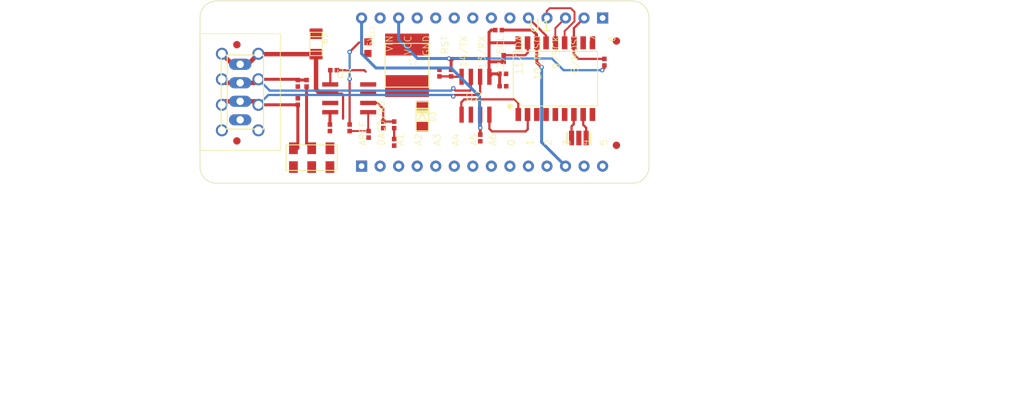
<source format=kicad_pcb>
(kicad_pcb (version 20240108) (generator "pcbnew") (generator_version "8.0")
  (layers (0 "F.Cu" signal) (31 "B.Cu" signal) (34 "B.Paste" user) (35 "F.Paste" user) (36 "B.SilkS" user "B.Silkscreen") (37 "F.SilkS" user "F.Silkscreen") (38 "B.Mask" user) (39 "F.Mask" user) (44 "Edge.Cuts" user))
  (net 0 "")
  (net 1 "GND")
  (net 2 "CANH")
  (net 3 "TX_CAN")
  (net 4 "RX_CAN")
  (net 5 "MISO")
  (net 6 "INT")
  (net 7 "N$16")
  (net 8 "N$17")
  (net 9 "CANL")
  (net 10 "RST_N")
  (net 11 "+3V3")
  (net 12 "N$4")
  (net 13 "+5V")
  (net 14 "N$2")
  (net 15 "N$5")
  (net 16 "N$6")
  (net 17 "N$8")
  (net 18 "VIN")
  (net 19 "N$9")
  (net 20 "N$10")
  (net 21 "N$11")
  (net 22 "N$12")
  (net 23 "N$1")
  (net 24 "MOSI")
  (net 25 "SCK")
  (footprint "MKRCANShieldV2.0:SO08" (layer "F.Cu") (at 155.4911 105.5036)
    (property "Reference" "U2" (at 0.965 -0.573 0) (layer "F.SilkS") (effects (font (size 1.176528 1.176528) (thickness 0.093472)) (justify right top)))
    (property "Value" "TJA1049T/3" (hide yes))
    (pad "1" smd rect (at -1.905 2.6) (size 0.6 2.2) (layers "F.Cu" "F.Paste" "F.Mask") (net 3 "TX_CAN"))
    (pad "2" smd rect (at -0.635 2.6) (size 0.6 2.2) (layers "F.Cu" "F.Paste" "F.Mask") (net 1 "GND"))
    (pad "3" smd rect (at 0.635 2.6) (size 0.6 2.2) (layers "F.Cu" "F.Paste" "F.Mask") (net 13 "+5V"))
    (pad "4" smd rect (at 1.905 2.6) (size 0.6 2.2) (layers "F.Cu" "F.Paste" "F.Mask") (net 4 "RX_CAN"))
    (pad "5" smd rect (at 1.905 -2.6) (size 0.6 2.2) (layers "F.Cu" "F.Paste" "F.Mask") (net 11 "+3V3"))
    (pad "6" smd rect (at 0.635 -2.6) (size 0.6 2.2) (layers "F.Cu" "F.Paste" "F.Mask") (net 9 "CANL"))
    (pad "7" smd rect (at -0.635 -2.6) (size 0.6 2.2) (layers "F.Cu" "F.Paste" "F.Mask") (net 2 "CANH"))
    (pad "8" smd rect (at -1.905 -2.6) (size 0.6 2.2) (layers "F.Cu" "F.Paste" "F.Mask") (net 12 "N$4"))
  )
  (footprint "MKRCANShieldV2.0:SRN6045" (layer "F.Cu") (at 146.1111 101.3336 90)
    (property "Reference" "L1" (at 0 0 180) (layer "F.SilkS") (effects (font (size 0.747776 0.747776) (thickness 0.065024)) (justify right top)))
    (property "Value" "15uH" (hide yes))
    (fp_line (start 3 -3) (end 3 3) (stroke (width 0.1524)) (layer "F.SilkS"))
    (fp_line (start -3 -3) (end 3 -3) (stroke (width 0.1524)) (layer "F.SilkS"))
    (fp_line (start 3 3) (end -3 3) (stroke (width 0.1524)) (layer "F.SilkS"))
    (fp_line (start -3 3) (end -3 -3) (stroke (width 0.1524)) (layer "F.SilkS"))
    (pad "1" smd rect (at -2.85 0 180) (size 6 3) (layers "F.Cu" "F.Paste" "F.Mask") (net 20 "N$10"))
    (pad "2" smd rect (at 2.85 0 180) (size 6 3) (layers "F.Cu" "F.Paste" "F.Mask") (net 18 "VIN"))
  )
  (footprint "MKRCANShieldV2.0:0402-1005X55N" (layer "F.Cu") (at 159.2211 102.5036)
    (property "Reference" "C4")
    (property "Value" "100n" (hide yes))
    (pad "1" smd roundrect (at -0.45 0) (size 0.62 0.62) (layers "F.Cu" "F.Paste" "F.Mask") (roundrect_rratio 0.015) (net 11 "+3V3"))
    (pad "2" smd roundrect (at 0.45 0) (size 0.62 0.62) (layers "F.Cu" "F.Paste" "F.Mask") (roundrect_rratio 0.015) (net 1 "GND"))
  )
  (footprint "MKRCANShieldV2.0:0402-1005X55N" (layer "F.Cu") (at 144.3511 111.9036 -90)
    (property "Reference" "C7")
    (property "Value" "4n7" (hide yes))
    (pad "1" smd roundrect (at -0.45 0 270) (size 0.62 0.62) (layers "F.Cu" "F.Paste" "F.Mask") (roundrect_rratio 0.015) (net 14 "N$2"))
    (pad "2" smd roundrect (at 0.45 0 270) (size 0.62 0.62) (layers "F.Cu" "F.Paste" "F.Mask") (roundrect_rratio 0.015) (net 1 "GND"))
  )
  (footprint "MKRCANShieldV2.0:0402-1005X55N" (layer "F.Cu") (at 144.3511 109.5036 90)
    (property "Reference" "R4")
    (property "Value" "12k7" (hide yes))
    (pad "1" smd roundrect (at -0.45 0 90) (size 0.62 0.62) (layers "F.Cu" "F.Paste" "F.Mask") (roundrect_rratio 0.015) (net 14 "N$2"))
    (pad "2" smd roundrect (at 0.45 0 90) (size 0.62 0.62) (layers "F.Cu" "F.Paste" "F.Mask") (roundrect_rratio 0.015) (net 15 "N$5"))
  )
  (footprint "MKRCANShieldV2.0:SO08" (layer "F.Cu") (at 138.1911 105.8636 -90)
    (property "Reference" "U3" (at -2.667 1.905 0) (layer "F.SilkS") (effects (font (size 1.1684 1.1684) (thickness 0.1016)) (justify left bottom)))
    (property "Value" "TPS54232DR" (hide yes))
    (pad "1" smd rect (at -1.905 2.6 270) (size 0.6 2.2) (layers "F.Cu" "F.Paste" "F.Mask") (net 19 "N$9"))
    (pad "2" smd rect (at -0.635 2.6 270) (size 0.6 2.2) (layers "F.Cu" "F.Paste" "F.Mask") (net 17 "N$8"))
    (pad "3" smd rect (at 0.635 2.6 270) (size 0.6 2.2) (layers "F.Cu" "F.Paste" "F.Mask"))
    (pad "4" smd rect (at 1.905 2.6 270) (size 0.6 2.2) (layers "F.Cu" "F.Paste" "F.Mask") (net 16 "N$6"))
    (pad "5" smd rect (at 1.905 -2.6 270) (size 0.6 2.2) (layers "F.Cu" "F.Paste" "F.Mask") (net 21 "N$11"))
    (pad "6" smd rect (at 0.635 -2.6 270) (size 0.6 2.2) (layers "F.Cu" "F.Paste" "F.Mask") (net 15 "N$5"))
    (pad "7" smd rect (at -0.635 -2.6 270) (size 0.6 2.2) (layers "F.Cu" "F.Paste" "F.Mask") (net 1 "GND"))
    (pad "8" smd rect (at -1.905 -2.6 270) (size 0.6 2.2) (layers "F.Cu" "F.Paste" "F.Mask") (net 20 "N$10"))
  )
  (footprint "MKRCANShieldV2.0:0402-1005X55N" (layer "F.Cu") (at 158.6511 96.5036 180)
    (property "Reference" "R11")
    (property "Value" "10k2" (hide yes))
    (pad "1" smd roundrect (at -0.45 0 180) (size 0.62 0.62) (layers "F.Cu" "F.Paste" "F.Mask") (roundrect_rratio 0.015) (net 22 "N$12"))
    (pad "2" smd roundrect (at 0.45 0 180) (size 0.62 0.62) (layers "F.Cu" "F.Paste" "F.Mask") (roundrect_rratio 0.015) (net 11 "+3V3"))
  )
  (footprint "MKRCANShieldV2.0:SOIC18" (layer "F.Cu") (at 166.4311 103.1636)
    (property "Reference" "U1" (at -3.81 -6.35 0) (layer "F.SilkS") (effects (font (size 1.61798 1.61798) (thickness 0.16002)) (justify left bottom)))
    (property "Value" "MCP2515" (hide yes))
    (fp_line (start -5.7658 -3.7465) (end 5.7658 -3.7465) (stroke (width 0.127)) (layer "F.SilkS"))
    (fp_line (start -5.7658 2.4765) (end -5.7658 -3.7465) (stroke (width 0.127)) (layer "F.SilkS"))
    (fp_line (start -4.4958 3.7465) (end -5.7658 2.4765) (stroke (width 0.127)) (layer "F.SilkS"))
    (fp_line (start 5.7658 -3.7465) (end 5.7658 3.7465) (stroke (width 0.127)) (layer "F.SilkS"))
    (fp_line (start 5.7658 3.7465) (end -4.4958 3.7465) (stroke (width 0.127)) (layer "F.SilkS"))
    (fp_circle (center -6.223 3.81) (end -6.0325 3.81) (stroke (width 0.381)) (fill solid) (layer "F.SilkS"))
    (pad "1" smd rect (at -5.08 4.9149 90) (size 1.778 0.762) (layers "F.Cu" "F.Paste" "F.Mask") (net 3 "TX_CAN"))
    (pad "2" smd rect (at -3.81 4.9149 90) (size 1.778 0.762) (layers "F.Cu" "F.Paste" "F.Mask") (net 4 "RX_CAN"))
    (pad "3" smd rect (at -2.54 4.9149 90) (size 1.778 0.762) (layers "F.Cu" "F.Paste" "F.Mask"))
    (pad "4" smd rect (at -1.27 4.9149 90) (size 1.778 0.762) (layers "F.Cu" "F.Paste" "F.Mask"))
    (pad "5" smd rect (at 0 4.9149 90) (size 1.778 0.762) (layers "F.Cu" "F.Paste" "F.Mask"))
    (pad "6" smd rect (at 1.27 4.9149 90) (size 1.778 0.762) (layers "F.Cu" "F.Paste" "F.Mask"))
    (pad "7" smd rect (at 2.54 4.9149 90) (size 1.778 0.762) (layers "F.Cu" "F.Paste" "F.Mask") (net 7 "N$16"))
    (pad "8" smd rect (at 3.81 4.9149 90) (size 1.778 0.762) (layers "F.Cu" "F.Paste" "F.Mask") (net 8 "N$17"))
    (pad "9" smd rect (at 5.08 4.9149 90) (size 1.778 0.762) (layers "F.Cu" "F.Paste" "F.Mask") (net 1 "GND"))
    (pad "10" smd rect (at 5.08 -4.9149 90) (size 1.778 0.762) (layers "F.Cu" "F.Paste" "F.Mask"))
    (pad "11" smd rect (at 3.81 -4.9149 90) (size 1.778 0.762) (layers "F.Cu" "F.Paste" "F.Mask"))
    (pad "12" smd rect (at 2.54 -4.9149 90) (size 1.778 0.762) (layers "F.Cu" "F.Paste" "F.Mask") (net 6 "INT"))
    (pad "13" smd rect (at 1.27 -4.9149 90) (size 1.778 0.762) (layers "F.Cu" "F.Paste" "F.Mask") (net 25 "SCK"))
    (pad "14" smd rect (at 0 -4.9149 90) (size 1.778 0.762) (layers "F.Cu" "F.Paste" "F.Mask") (net 24 "MOSI"))
    (pad "15" smd rect (at -1.27 -4.9149 90) (size 1.778 0.762) (layers "F.Cu" "F.Paste" "F.Mask") (net 5 "MISO"))
    (pad "16" smd rect (at -2.54 -4.9149 90) (size 1.778 0.762) (layers "F.Cu" "F.Paste" "F.Mask") (net 22 "N$12"))
    (pad "17" smd rect (at -3.81 -4.9149 90) (size 1.778 0.762) (layers "F.Cu" "F.Paste" "F.Mask") (net 10 "RST_N"))
    (pad "18" smd rect (at -5.08 -4.9149 90) (size 1.778 0.762) (layers "F.Cu" "F.Paste" "F.Mask") (net 11 "+3V3"))
  )
  (footprint "MKRCANShieldV2.0:FD-1-1.5" (layer "F.Cu") (at 122.8011 111.7036)
    (property "Reference" "U$6" (hide yes))
    (property "Value" "DNP" (hide yes))
    (pad "P$1" smd roundrect (at 0 0) (size 1.016 1.016) (layers "F.Cu" "F.Mask") (roundrect_rratio 0.5))
  )
  (footprint "MKRCANShieldV2.0:RESONATOR" (layer "F.Cu") (at 169.6511 111.3036 180)
    (property "Reference" "Y1" (at -1.45 -1.35 180) (layer "F.SilkS") (effects (font (size 0.327152 0.327152) (thickness 0.028448)) (justify left bottom)))
    (property "Value" "16MHz")
    (fp_line (start 1.6 -0.8) (end 1.6 0.8) (stroke (width 0.22)) (layer "F.SilkS"))
    (fp_line (start -1.6 -0.8) (end -1.6 0.8) (stroke (width 0.22)) (layer "F.SilkS"))
    (pad "1" smd rect (at -1 0 270) (size 2 0.7) (layers "F.Cu" "F.Paste" "F.Mask") (net 8 "N$17"))
    (pad "2" smd rect (at 0 0 270) (size 2 0.7) (layers "F.Cu" "F.Paste" "F.Mask") (net 1 "GND"))
    (pad "3" smd rect (at 1 0 270) (size 2 0.7) (layers "F.Cu" "F.Paste" "F.Mask") (net 7 "N$16"))
  )
  (footprint "MKRCANShieldV2.0:0402-1005X55N" (layer "F.Cu") (at 173.1511 100.9036 -90)
    (property "Reference" "R7")
    (property "Value" "10k2" (hide yes))
    (pad "1" smd roundrect (at -0.45 0 270) (size 0.62 0.62) (layers "F.Cu" "F.Paste" "F.Mask") (roundrect_rratio 0.015) (net 6 "INT"))
    (pad "2" smd roundrect (at 0.45 0 270) (size 0.62 0.62) (layers "F.Cu" "F.Paste" "F.Mask") (roundrect_rratio 0.015) (net 11 "+3V3"))
  )
  (footprint "MKRCANShieldV2.0:FD-1-1.5" (layer "F.Cu") (at 174.8011 98.0036)
    (property "Reference" "U$4" (hide yes))
    (property "Value" "DNP" (hide yes))
    (pad "P$1" smd roundrect (at 0 0) (size 1.016 1.016) (layers "F.Cu" "F.Mask") (roundrect_rratio 0.5))
  )
  (footprint "MKRCANShieldV2.0:FD-1-1.5" (layer "F.Cu") (at 174.8011 112.3036)
    (property "Reference" "U$1" (hide yes))
    (property "Value" "DNP" (hide yes))
    (pad "P$1" smd roundrect (at 0 0) (size 1.016 1.016) (layers "F.Cu" "F.Mask") (roundrect_rratio 0.5))
  )
  (footprint "MKRCANShieldV2.0:SOD123F" (layer "F.Cu") (at 148.2011 108.3336)
    (property "Reference" "D3" (at 1.405 0 90) (layer "F.SilkS") (effects (font (size 0.739648 0.739648) (thickness 0.073152))))
    (property "Value" "SS24FL" (hide yes))
    (fp_line (start -0.85 -2) (end -0.85 -1.11) (stroke (width 0.127)) (layer "F.SilkS"))
    (fp_line (start -0.85 -1.11) (end -0.85 -0.99) (stroke (width 0.127)) (layer "F.SilkS"))
    (fp_line (start -0.85 -0.99) (end -0.85 2) (stroke (width 0.127)) (layer "F.SilkS"))
    (fp_line (start -0.6 0.627) (end 0.6 0.627) (stroke (width 0.127)) (layer "F.SilkS"))
    (fp_line (start 0 -0.373) (end -0.6 0.627) (stroke (width 0.127)) (layer "F.SilkS"))
    (fp_line (start 0.6 0.627) (end 0 -0.373) (stroke (width 0.127)) (layer "F.SilkS"))
    (fp_line (start 0.85 -2) (end -0.85 -2) (stroke (width 0.127)) (layer "F.SilkS"))
    (fp_line (start 0.85 -2) (end 0.85 -1.11) (stroke (width 0.127)) (layer "F.SilkS"))
    (fp_line (start 0.85 -1.11) (end -0.85 -1.11) (stroke (width 0.127)) (layer "F.SilkS"))
    (fp_line (start 0.85 -1.11) (end 0.85 -0.99) (stroke (width 0.127)) (layer "F.SilkS"))
    (fp_line (start 0.85 -0.99) (end -0.85 -0.99) (stroke (width 0.127)) (layer "F.SilkS"))
    (fp_line (start 0.85 -0.99) (end 0.85 2) (stroke (width 0.127)) (layer "F.SilkS"))
    (fp_line (start 0.85 2) (end -0.85 2) (stroke (width 0.127)) (layer "F.SilkS"))
    (fp_poly (pts (xy -0.7874 -0.8636) (xy -0.7874 -0.254) (xy 0.7874 -0.254) (xy 0.7874 -0.8636)) (fill solid) (layer "F.SilkS"))
    (pad "A" smd roundrect (at 0 1.43) (size 1.8 1.34) (layers "F.Cu" "F.Paste" "F.Mask") (roundrect_rratio 0.1) (net 1 "GND"))
    (pad "C" smd roundrect (at 0 -1.43) (size 1.8 1.34) (layers "F.Cu" "F.Paste" "F.Mask") (roundrect_rratio 0.1) (net 20 "N$10"))
  )
  (footprint "MKRCANShieldV2.0:FRAME" (layer "F.Cu") (at 90.6011 128.8036)
    (property "Reference" "FRAME1" (hide yes))
    (property "Value" "DNP" (hide yes))
  )
  (footprint "MKRCANShieldV2.0:SPTAF1_4-3.5-IL" (layer "F.Cu") (at 123.2511 105.0036 90)
    (property "Reference" "X2" (hide yes))
    (property "Value" "DNP" (hide yes))
    (fp_line (start 8 -5.5) (end -8 -5.5) (stroke (width 0.1)) (layer "F.SilkS"))
    (fp_line (start -8 -5.5) (end -8 5.5) (stroke (width 0.1)) (layer "F.SilkS"))
    (fp_line (start 8 5.5) (end 8 -5.5) (stroke (width 0.1)) (layer "F.SilkS"))
    (fp_line (start -8 5.5) (end 8 5.5) (stroke (width 0.1)) (layer "F.SilkS"))
    (pad "1A" thru_hole circle (at -5.25 2.5 90) (size 1.65 1.65) (drill 1.1) (layers "*.Cu" "*.Mask") (net 1 "GND"))
    (pad "1B" thru_hole circle (at -5.25 -2.5 90) (size 1.65 1.65) (drill 1.1) (layers "*.Cu" "*.Mask") (net 1 "GND"))
    (pad "2A" thru_hole circle (at -1.75 2.5 90) (size 1.65 1.65) (drill 1.1) (layers "*.Cu" "*.Mask") (net 9 "CANL"))
    (pad "2B" thru_hole circle (at -1.75 -2.5 90) (size 1.65 1.65) (drill 1.1) (layers "*.Cu" "*.Mask") (net 9 "CANL"))
    (pad "3A" thru_hole circle (at 1.75 2.5 90) (size 1.65 1.65) (drill 1.1) (layers "*.Cu" "*.Mask") (net 2 "CANH"))
    (pad "3B" thru_hole circle (at 1.75 -2.5 90) (size 1.65 1.65) (drill 1.1) (layers "*.Cu" "*.Mask") (net 2 "CANH"))
    (pad "4A" thru_hole circle (at 5.25 2.5 90) (size 1.65 1.65) (drill 1.1) (layers "*.Cu" "*.Mask") (net 17 "N$8"))
    (pad "4B" thru_hole circle (at 5.25 -2.5 90) (size 1.65 1.65) (drill 1.1) (layers "*.Cu" "*.Mask") (net 17 "N$8"))
  )
  (footprint "MKRCANShieldV2.0:0402-1005X55N" (layer "F.Cu") (at 131.1511 106.3036 -90)
    (property "Reference" "D1")
    (property "Value" "PESD0402" (hide yes))
    (pad "1" smd roundrect (at -0.45 0 270) (size 0.62 0.62) (layers "F.Cu" "F.Paste" "F.Mask") (roundrect_rratio 0.015) (net 1 "GND"))
    (pad "2" smd roundrect (at 0.45 0 270) (size 0.62 0.62) (layers "F.Cu" "F.Paste" "F.Mask") (roundrect_rratio 0.015) (net 9 "CANL"))
  )
  (footprint "MKRCANShieldV2.0:0402-1005X55N" (layer "F.Cu") (at 152.1511 102.4036 90)
    (property "Reference" "R1")
    (property "Value" "10k2" (hide yes))
    (pad "1" smd roundrect (at -0.45 0 90) (size 0.62 0.62) (layers "F.Cu" "F.Paste" "F.Mask") (roundrect_rratio 0.015) (net 12 "N$4"))
    (pad "2" smd roundrect (at 0.45 0 90) (size 0.62 0.62) (layers "F.Cu" "F.Paste" "F.Mask") (roundrect_rratio 0.015) (net 11 "+3V3"))
  )
  (footprint "MKRCANShieldV2.0:0402-1005X55N" (layer "F.Cu") (at 140.8511 110.8036 90)
    (property "Reference" "R10")
    (property "Value" "1k91" (hide yes))
    (pad "1" smd roundrect (at -0.45 0 90) (size 0.62 0.62) (layers "F.Cu" "F.Paste" "F.Mask") (roundrect_rratio 0.015) (net 1 "GND"))
    (pad "2" smd roundrect (at 0.45 0 90) (size 0.62 0.62) (layers "F.Cu" "F.Paste" "F.Mask") (roundrect_rratio 0.015) (net 21 "N$11"))
  )
  (footprint "MKRCANShieldV2.0:0402-1005X55N" (layer "F.Cu") (at 156.1511 111.3036 -90)
    (property "Reference" "C5")
    (property "Value" "100n" (hide yes))
    (pad "1" smd roundrect (at -0.45 0 270) (size 0.62 0.62) (layers "F.Cu" "F.Paste" "F.Mask") (roundrect_rratio 0.015) (net 13 "+5V"))
    (pad "2" smd roundrect (at 0.45 0 270) (size 0.62 0.62) (layers "F.Cu" "F.Paste" "F.Mask") (roundrect_rratio 0.015) (net 1 "GND"))
  )
  (footprint "" (layer "F.Cu") (at 177.0011 115.2536)
    (property "Reference" "@HOLE2" (hide yes))
    (property "Value" "")
    (pad "" np_thru_hole circle (at 0 0) (size 2.25 2.25) (drill 2.25) (layers "*.Cu" "*.Mask"))
  )
  (footprint "MKRCANShieldV2.0:0402-1005X55N" (layer "F.Cu") (at 159.2511 104.2036)
    (property "Reference" "C3")
    (property "Value" "100n" (hide yes))
    (pad "1" smd roundrect (at -0.45 0) (size 0.62 0.62) (layers "F.Cu" "F.Paste" "F.Mask") (roundrect_rratio 0.015) (net 11 "+3V3"))
    (pad "2" smd roundrect (at 0.45 0) (size 0.62 0.62) (layers "F.Cu" "F.Paste" "F.Mask") (roundrect_rratio 0.015) (net 1 "GND"))
  )
  (footprint "MKRCANShieldV2.0:0402-1005X55N" (layer "F.Cu") (at 159.3511 100.4036 -90)
    (property "Reference" "R2")
    (property "Value" "10k2" (hide yes))
    (pad "1" smd roundrect (at -0.45 0 270) (size 0.62 0.62) (layers "F.Cu" "F.Paste" "F.Mask") (roundrect_rratio 0.015) (net 10 "RST_N"))
    (pad "2" smd roundrect (at 0.45 0 270) (size 0.62 0.62) (layers "F.Cu" "F.Paste" "F.Mask") (roundrect_rratio 0.015) (net 11 "+3V3"))
  )
  (footprint "MKRCANShieldV2.0:0402-1005X55N" (layer "F.Cu") (at 150.5511 102.4036 -90)
    (property "Reference" "R8")
    (property "Value" "0R" (hide yes))
    (pad "1" smd roundrect (at -0.45 0 270) (size 0.62 0.62) (layers "F.Cu" "F.Paste" "F.Mask") (roundrect_rratio 0.015) (net 1 "GND"))
    (pad "2" smd roundrect (at 0.45 0 270) (size 0.62 0.62) (layers "F.Cu" "F.Paste" "F.Mask") (roundrect_rratio 0.015) (net 12 "N$4"))
  )
  (footprint "" (layer "F.Cu") (at 120.0011 115.2536)
    (property "Reference" "@HOLE0" (hide yes))
    (property "Value" "")
    (pad "" np_thru_hole circle (at 0 0) (size 2.25 2.25) (drill 2.25) (layers "*.Cu" "*.Mask"))
  )
  (footprint "MKRCANShieldV2.0:MODULINO-4" (layer "F.Cu") (at 123.2511 105.0036 -90)
    (property "Reference" "X3")
    (property "Value" "-" (hide yes))
    (fp_line (start -5.08 2.6) (end 5.08 2.6) (stroke (width 0.1524)) (layer "F.SilkS"))
    (fp_line (start -5.08 2.6) (end -5.08 1.77) (stroke (width 0.1524)) (layer "F.SilkS"))
    (fp_line (start -5.08 1.77) (end 5.08 1.77) (stroke (width 0.1524)) (layer "F.SilkS"))
    (fp_line (start -5.08 1.77) (end -5.08 -3.2) (stroke (width 0.1524)) (layer "F.SilkS"))
    (fp_line (start 5.08 1.77) (end 5.08 2.6) (stroke (width 0.1524)) (layer "F.SilkS"))
    (fp_line (start 5.08 -3.2) (end 5.08 1.77) (stroke (width 0.1524)) (layer "F.SilkS"))
    (fp_line (start 5.08 -3.2) (end -5.08 -3.2) (stroke (width 0.1524)) (layer "F.SilkS"))
    (fp_poly (pts (xy -4.064 0.254) (xy -3.556 0.254) (xy -3.556 -0.254) (xy -4.064 -0.254)) (fill solid) (layer "F.SilkS"))
    (fp_poly (pts (xy -1.524 0.254) (xy -1.016 0.254) (xy -1.016 -0.254) (xy -1.524 -0.254)) (fill solid) (layer "F.SilkS"))
    (fp_poly (pts (xy 1.016 0.254) (xy 1.524 0.254) (xy 1.524 -0.254) (xy 1.016 -0.254)) (fill solid) (layer "F.SilkS"))
    (fp_poly (pts (xy 3.556 0.254) (xy 4.064 0.254) (xy 4.064 -0.254) (xy 3.556 -0.254)) (fill solid) (layer "F.SilkS"))
    (pad "1" thru_hole oval (at 3.81 0) (size 3.048 1.524) (drill 1.016) (layers "*.Cu" "*.Mask") (net 1 "GND"))
    (pad "2" thru_hole oval (at 1.27 0) (size 3.048 1.524) (drill 1.016) (layers "*.Cu" "*.Mask") (net 9 "CANL"))
    (pad "3" thru_hole oval (at -1.27 0) (size 3.048 1.524) (drill 1.016) (layers "*.Cu" "*.Mask") (net 2 "CANH"))
    (pad "4" thru_hole oval (at -3.81 0) (size 3.048 1.524) (drill 1.016) (layers "*.Cu" "*.Mask") (net 17 "N$8"))
  )
  (footprint "MKRCANShieldV2.0:C1206" (layer "F.Cu") (at 133.6511 98.4036 180)
    (property "Reference" "C9" (at -1.5875 0 -90) (layer "F.SilkS") (effects (font (size 0.73152 0.73152) (thickness 0.08128)) (justify right top)))
    (property "Value" "10uF" (hide yes))
    (fp_line (start 0.85 1.6) (end -0.85 1.6) (stroke (width 0.127)) (layer "F.SilkS"))
    (fp_line (start 0.85 1) (end 0.85 1.6) (stroke (width 0.127)) (layer "F.SilkS"))
    (fp_line (start 0.85 1) (end -0.85 1) (stroke (width 0.127)) (layer "F.SilkS"))
    (fp_line (start 0.85 -1) (end 0.85 1) (stroke (width 0.127)) (layer "F.SilkS"))
    (fp_line (start 0.85 -1) (end -0.85 -1) (stroke (width 0.127)) (layer "F.SilkS"))
    (fp_line (start 0.85 -1.6) (end 0.85 -1) (stroke (width 0.127)) (layer "F.SilkS"))
    (fp_line (start 0.85 -1.6) (end -0.85 -1.6) (stroke (width 0.127)) (layer "F.SilkS"))
    (fp_line (start -0.85 1) (end -0.85 1.6) (stroke (width 0.127)) (layer "F.SilkS"))
    (fp_line (start -0.85 -1) (end -0.85 1) (stroke (width 0.127)) (layer "F.SilkS"))
    (fp_line (start -0.85 -1.6) (end -0.85 -1) (stroke (width 0.127)) (layer "F.SilkS"))
    (pad "1" smd roundrect (at 0 -1.4 180) (size 1.8 1.45) (layers "F.Cu" "F.Paste" "F.Mask") (roundrect_rratio 0.1) (net 17 "N$8"))
    (pad "2" smd roundrect (at 0 1.4 180) (size 1.8 1.45) (layers "F.Cu" "F.Paste" "F.Mask") (roundrect_rratio 0.1) (net 1 "GND"))
  )
  (footprint "MKRCANShieldV2.0:MKRBOARD-NH" (layer "F.Cu") (at 117.7511 117.5036)
    (property "Reference" "MKR1" (hide yes))
    (property "Value" "-" (hide yes))
    (fp_line (start 0 -22.75) (end 0 -2.25) (stroke (width 0.1)) (layer "F.SilkS"))
    (fp_line (start 2.25 0) (end 59.25 0) (stroke (width 0.1)) (layer "F.SilkS"))
    (fp_line (start 59.25 -25) (end 2.25 -25) (stroke (width 0.1)) (layer "F.SilkS"))
    (fp_line (start 61.5 -2.25) (end 61.5 -22.75) (stroke (width 0.1)) (layer "F.SilkS"))
    (fp_arc (start 0 -22.75) (mid 0.65901 -24.34099) (end 2.25 -25) (stroke (width 0.1)) (layer "F.SilkS"))
    (fp_arc (start 2.25 0) (mid 0.65901 -0.65901) (end 0 -2.25) (stroke (width 0.1)) (layer "F.SilkS"))
    (fp_arc (start 59.25 -25) (mid 60.84099 -24.34099) (end 61.5 -22.75) (stroke (width 0.1)) (layer "F.SilkS"))
    (fp_arc (start 61.5 -2.25) (mid 60.84099 -0.65901) (end 59.25 0) (stroke (width 0.1)) (layer "F.SilkS"))
    (fp_text user "GND" (at 30.48 -20.32 90) (layer "F.SilkS") (effects (font (size 0.93472 0.93472) (thickness 0.08128)) (justify right top)))
    (fp_text user "A1" (at 27.94 -5.08 90) (layer "F.SilkS") (effects (font (size 0.93472 0.93472) (thickness 0.08128)) (justify left bottom)))
    (fp_text user "AREF" (at 22.86 -5.08 90) (layer "F.SilkS") (effects (font (size 0.93472 0.93472) (thickness 0.08128)) (justify left bottom)))
    (fp_text user "RST" (at 33.02 -20.32 90) (layer "F.SilkS") (effects (font (size 0.93472 0.93472) (thickness 0.08128)) (justify right top)))
    (fp_text user "13/RX" (at 38.1 -20.32 90) (layer "F.SilkS") (effects (font (size 0.93472 0.93472) (thickness 0.08128)) (justify right top)))
    (fp_text user "A3" (at 33.02 -5.08 90) (layer "F.SilkS") (effects (font (size 0.93472 0.93472) (thickness 0.08128)) (justify left bottom)))
    (fp_text user "A6" (at 40.64 -5.08 90) (layer "F.SilkS") (effects (font (size 0.93472 0.93472) (thickness 0.08128)) (justify left bottom)))
    (fp_text user "A4" (at 35.56 -5.08 90) (layer "F.SilkS") (effects (font (size 0.93472 0.93472) (thickness 0.08128)) (justify left bottom)))
    (fp_text user "9/SCK" (at 48.26 -20.32 90) (layer "F.SilkS") (effects (font (size 0.93472 0.93472) (thickness 0.08128)) (justify right top)))
    (fp_text user "VCC" (at 27.94 -20.32 90) (layer "F.SilkS") (effects (font (size 0.93472 0.93472) (thickness 0.08128)) (justify right top)))
    (fp_text user "3" (at 50.8 -5.08 90) (layer "F.SilkS") (effects (font (size 0.93472 0.93472) (thickness 0.08128)) (justify left bottom)))
    (fp_text user "5V" (at 22.86 -20.32 90) (layer "F.SilkS") (effects (font (size 0.93472 0.93472) (thickness 0.08128)) (justify right top)))
    (fp_text user "VIN" (at 25.4 -20.32 90) (layer "F.SilkS") (effects (font (size 0.93472 0.93472) (thickness 0.08128)) (justify right top)))
    (fp_text user "1" (at 45.72 -5.08 90) (layer "F.SilkS") (effects (font (size 0.93472 0.93472) (thickness 0.08128)) (justify left bottom)))
    (fp_text user "A5" (at 38.1 -5.08 90) (layer "F.SilkS") (effects (font (size 0.93472 0.93472) (thickness 0.08128)) (justify left bottom)))
    (fp_text user "10/MISO" (at 45.72 -20.32 90) (layer "F.SilkS") (effects (font (size 0.93472 0.93472) (thickness 0.08128)) (justify right top)))
    (fp_text user "12/SCL" (at 40.64 -20.32 90) (layer "F.SilkS") (effects (font (size 0.93472 0.93472) (thickness 0.08128)) (justify right top)))
    (fp_text user "0" (at 43.18 -5.08 90) (layer "F.SilkS") (effects (font (size 0.93472 0.93472) (thickness 0.08128)) (justify left bottom)))
    (fp_text user "11/SDA" (at 43.18 -20.32 90) (layer "F.SilkS") (effects (font (size 0.93472 0.93472) (thickness 0.08128)) (justify right top)))
    (fp_text user "14/TX" (at 35.56 -20.32 90) (layer "F.SilkS") (effects (font (size 0.93472 0.93472) (thickness 0.08128)) (justify right top)))
    (fp_text user "5" (at 55.88 -5.08 90) (layer "F.SilkS") (effects (font (size 0.93472 0.93472) (thickness 0.08128)) (justify left bottom)))
    (fp_text user "8/MOSI" (at 50.8 -20.32 90) (layer "F.SilkS") (effects (font (size 0.93472 0.93472) (thickness 0.08128)) (justify right top)))
    (fp_text user "4" (at 53.34 -5.08 90) (layer "F.SilkS") (effects (font (size 0.93472 0.93472) (thickness 0.08128)) (justify left bottom)))
    (fp_text user "7" (at 53.34 -20.32 90) (layer "F.SilkS") (effects (font (size 0.93472 0.93472) (thickness 0.08128)) (justify right top)))
    (fp_text user "DAC0/A0" (at 25.4 -5.08 90) (layer "F.SilkS") (effects (font (size 0.93472 0.93472) (thickness 0.08128)) (justify left bottom)))
    (fp_text user "2" (at 48.26 -5.08 90) (layer "F.SilkS") (effects (font (size 0.93472 0.93472) (thickness 0.08128)) (justify left bottom)))
    (fp_text user "6" (at 55.88 -20.32 90) (layer "F.SilkS") (effects (font (size 0.93472 0.93472) (thickness 0.08128)) (justify right top)))
    (fp_text user "A2" (at 30.48 -5.08 90) (layer "F.SilkS") (effects (font (size 0.93472 0.93472) (thickness 0.08128)) (justify left bottom)))
    (pad "0" thru_hole circle (at 42.4548 -2.34) (size 1.524 1.524) (drill 0.8) (layers "*.Cu" "*.Mask"))
    (pad "1" thru_hole circle (at 44.9948 -2.34) (size 1.524 1.524) (drill 0.8) (layers "*.Cu" "*.Mask"))
    (pad "2" thru_hole circle (at 47.5348 -2.34) (size 1.524 1.524) (drill 0.8) (layers "*.Cu" "*.Mask"))
    (pad "3" thru_hole circle (at 50.0748 -2.34) (size 1.524 1.524) (drill 0.8) (layers "*.Cu" "*.Mask") (net 22 "N$12"))
    (pad "4" thru_hole circle (at 52.6148 -2.34) (size 1.524 1.524) (drill 0.8) (layers "*.Cu" "*.Mask"))
    (pad "5" thru_hole circle (at 55.1548 -2.34) (size 1.524 1.524) (drill 0.8) (layers "*.Cu" "*.Mask"))
    (pad "5V" thru_hole circle (at 22.1348 -22.66) (size 1.524 1.524) (drill 0.8) (layers "*.Cu" "*.Mask") (net 13 "+5V"))
    (pad "6" thru_hole rect (at 55.1548 -22.66) (size 1.524 1.524) (drill 0.8) (layers "*.Cu" "*.Mask"))
    (pad "7" thru_hole circle (at 52.6148 -22.66) (size 1.524 1.524) (drill 0.8) (layers "*.Cu" "*.Mask") (net 6 "INT"))
    (pad "8" thru_hole circle (at 50.0748 -22.66) (size 1.524 1.524) (drill 0.8) (layers "*.Cu" "*.Mask") (net 24 "MOSI"))
    (pad "9" thru_hole circle (at 47.5348 -22.66) (size 1.524 1.524) (drill 0.8) (layers "*.Cu" "*.Mask") (net 25 "SCK"))
    (pad "10" thru_hole circle (at 44.9948 -22.66) (size 1.524 1.524) (drill 0.8) (layers "*.Cu" "*.Mask") (net 5 "MISO"))
    (pad "11" thru_hole circle (at 42.4548 -22.66) (size 1.524 1.524) (drill 0.8) (layers "*.Cu" "*.Mask"))
    (pad "12" thru_hole circle (at 39.9148 -22.66) (size 1.524 1.524) (drill 0.8) (layers "*.Cu" "*.Mask"))
    (pad "13" thru_hole circle (at 37.3748 -22.66) (size 1.524 1.524) (drill 0.8) (layers "*.Cu" "*.Mask"))
    (pad "14" thru_hole circle (at 34.8348 -22.66) (size 1.524 1.524) (drill 0.8) (layers "*.Cu" "*.Mask"))
    (pad "A0" thru_hole circle (at 24.6748 -2.34) (size 1.524 1.524) (drill 0.8) (layers "*.Cu" "*.Mask"))
    (pad "A1" thru_hole circle (at 27.2148 -2.34) (size 1.524 1.524) (drill 0.8) (layers "*.Cu" "*.Mask"))
    (pad "A2" thru_hole circle (at 29.7548 -2.34) (size 1.524 1.524) (drill 0.8) (layers "*.Cu" "*.Mask"))
    (pad "A3" thru_hole circle (at 32.2948 -2.34) (size 1.524 1.524) (drill 0.8) (layers "*.Cu" "*.Mask"))
    (pad "A4" thru_hole circle (at 34.8348 -2.34) (size 1.524 1.524) (drill 0.8) (layers "*.Cu" "*.Mask"))
    (pad "A5" thru_hole circle (at 37.3748 -2.34) (size 1.524 1.524) (drill 0.8) (layers "*.Cu" "*.Mask"))
    (pad "A6" thru_hole circle (at 39.9148 -2.34) (size 1.524 1.524) (drill 0.8) (layers "*.Cu" "*.Mask"))
    (pad "AREF" thru_hole rect (at 22.1348 -2.34) (size 1.524 1.524) (drill 0.8) (layers "*.Cu" "*.Mask"))
    (pad "GND" thru_hole circle (at 29.7548 -22.66) (size 1.524 1.524) (drill 0.8) (layers "*.Cu" "*.Mask") (net 1 "GND"))
    (pad "RST" thru_hole circle (at 32.2948 -22.66) (size 1.524 1.524) (drill 0.8) (layers "*.Cu" "*.Mask"))
    (pad "VCC" thru_hole circle (at 27.2148 -22.66) (size 1.524 1.524) (drill 0.8) (layers "*.Cu" "*.Mask") (net 11 "+3V3"))
    (pad "VIN" thru_hole circle (at 24.6748 -22.66) (size 1.524 1.524) (drill 0.8) (layers "*.Cu" "*.Mask") (net 18 "VIN"))
  )
  (footprint "MKRCANShieldV2.0:0402-1005X55N" (layer "F.Cu") (at 142.8511 109.5036 -90)
    (property "Reference" "C8")
    (property "Value" "110p" (hide yes))
    (pad "1" smd roundrect (at -0.45 0 270) (size 0.62 0.62) (layers "F.Cu" "F.Paste" "F.Mask") (roundrect_rratio 0.015) (net 15 "N$5"))
    (pad "2" smd roundrect (at 0.45 0 270) (size 0.62 0.62) (layers "F.Cu" "F.Paste" "F.Mask") (roundrect_rratio 0.015) (net 1 "GND"))
  )
  (footprint "MKRCANShieldV2.0:0402-1005X55N" (layer "F.Cu") (at 138.2511 109.9036 90)
    (property "Reference" "R9")
    (property "Value" "10k2" (hide yes))
    (pad "1" smd roundrect (at -0.45 0 90) (size 0.62 0.62) (layers "F.Cu" "F.Paste" "F.Mask") (roundrect_rratio 0.015) (net 21 "N$11"))
    (pad "2" smd roundrect (at 0.45 0 90) (size 0.62 0.62) (layers "F.Cu" "F.Paste" "F.Mask") (roundrect_rratio 0.015) (net 18 "VIN"))
  )
  (footprint "MKRCANShieldV2.0:CL-SB-22A" (layer "F.Cu") (at 133.0511 114.0036)
    (property "Reference" "SW1" (hide yes))
    (property "Value" "-" (hide yes))
    (fp_line (start -3.5 -1.75) (end -3.5 1.75) (stroke (width 0.127)) (layer "F.SilkS"))
    (fp_line (start -3.5 -1.75) (end 3.5 -1.75) (stroke (width 0.127)) (layer "F.SilkS"))
    (fp_line (start -3.5 1.75) (end 3.5 1.75) (stroke (width 0.127)) (layer "F.SilkS"))
    (fp_line (start 3.5 -1.75) (end 3.5 1.75) (stroke (width 0.127)) (layer "F.SilkS"))
    (pad "P$1" smd rect (at -2.5 1.29) (size 1.2 1.6) (layers "F.Cu" "F.Paste" "F.Mask"))
    (pad "P$2" smd rect (at 0 1.29) (size 1.2 1.6) (layers "F.Cu" "F.Paste" "F.Mask"))
    (pad "P$3" smd rect (at 2.5 1.29) (size 1.2 1.6) (layers "F.Cu" "F.Paste" "F.Mask"))
    (pad "P$4" smd rect (at -2.5 -1.29) (size 1.2 1.6) (layers "F.Cu" "F.Paste" "F.Mask") (net 9 "CANL"))
    (pad "P$5" smd rect (at 0 -1.29) (size 1.2 1.6) (layers "F.Cu" "F.Paste" "F.Mask") (net 23 "N$1"))
    (pad "P$6" smd rect (at 2.5 -1.29) (size 1.2 1.6) (layers "F.Cu" "F.Paste" "F.Mask"))
  )
  (footprint "" (layer "F.Cu") (at 120.0011 94.7536)
    (property "Reference" "@HOLE1" (hide yes))
    (property "Value" "")
    (pad "" np_thru_hole circle (at 0 0) (size 2.25 2.25) (drill 2.25) (layers "*.Cu" "*.Mask"))
  )
  (footprint "MKRCANShieldV2.0:0402-1005X55N" (layer "F.Cu") (at 131.1511 103.8036 90)
    (property "Reference" "D2")
    (property "Value" "PESD0402" (hide yes))
    (pad "1" smd roundrect (at -0.45 0 90) (size 0.62 0.62) (layers "F.Cu" "F.Paste" "F.Mask") (roundrect_rratio 0.015) (net 1 "GND"))
    (pad "2" smd roundrect (at 0.45 0 90) (size 0.62 0.62) (layers "F.Cu" "F.Paste" "F.Mask") (roundrect_rratio 0.015) (net 2 "CANH"))
  )
  (footprint "MKRCANShieldV2.0:0402-1005X55N" (layer "F.Cu") (at 135.5511 109.9036 -90)
    (property "Reference" "C6")
    (property "Value" "8n2" (hide yes))
    (pad "1" smd roundrect (at -0.45 0 270) (size 0.62 0.62) (layers "F.Cu" "F.Paste" "F.Mask") (roundrect_rratio 0.015) (net 16 "N$6"))
    (pad "2" smd roundrect (at 0.45 0 270) (size 0.62 0.62) (layers "F.Cu" "F.Paste" "F.Mask") (roundrect_rratio 0.015) (net 1 "GND"))
  )
  (footprint "MKRCANShieldV2.0:0402-1005X55N" (layer "F.Cu") (at 132.3511 103.8036 -90)
    (property "Reference" "R3")
    (property "Value" "120R" (hide yes))
    (pad "1" smd roundrect (at -0.45 0 270) (size 0.62 0.62) (layers "F.Cu" "F.Paste" "F.Mask") (roundrect_rratio 0.015) (net 2 "CANH"))
    (pad "2" smd roundrect (at 0.45 0 270) (size 0.62 0.62) (layers "F.Cu" "F.Paste" "F.Mask") (roundrect_rratio 0.015) (net 23 "N$1"))
  )
  (footprint "MKRCANShieldV2.0:FD-1-1.5" (layer "F.Cu") (at 122.8011 98.5036)
    (property "Reference" "U$13" (hide yes))
    (property "Value" "DNP" (hide yes))
    (pad "P$1" smd roundrect (at 0 0) (size 1.016 1.016) (layers "F.Cu" "F.Mask") (roundrect_rratio 0.5))
  )
  (footprint "MKRCANShieldV2.0:0603-1608X90N" (layer "F.Cu") (at 140.7511 98.9036 -90)
    (property "Reference" "C11" (at -1.27 -0.9525 -90) (layer "F.SilkS") (effects (font (size 0.54864 0.54864) (thickness 0.06096)) (justify right top)))
    (property "Value" "10u" (hide yes))
    (pad "1" smd roundrect (at -0.8 0 270) (size 0.95 1) (layers "F.Cu" "F.Paste" "F.Mask") (roundrect_rratio 0.015) (net 18 "VIN"))
    (pad "2" smd roundrect (at 0.8 0 270) (size 0.95 1) (layers "F.Cu" "F.Paste" "F.Mask") (roundrect_rratio 0.015) (net 1 "GND"))
  )
  (footprint "" (layer "F.Cu") (at 177.0011 94.7536)
    (property "Reference" "@HOLE3" (hide yes))
    (property "Value" "")
    (pad "" np_thru_hole circle (at 0 0) (size 2.25 2.25) (drill 2.25) (layers "*.Cu" "*.Mask"))
  )
  (footprint "MKRCANShieldV2.0:0402-1005X55N" (layer "F.Cu") (at 136.0511 102.0036)
    (property "Reference" "C10")
    (property "Value" "100n" (hide yes))
    (pad "1" smd roundrect (at -0.45 0) (size 0.62 0.62) (layers "F.Cu" "F.Paste" "F.Mask") (roundrect_rratio 0.015) (net 19 "N$9"))
    (pad "2" smd roundrect (at 0.45 0) (size 0.62 0.62) (layers "F.Cu" "F.Paste" "F.Mask") (roundrect_rratio 0.015) (net 20 "N$10"))
  )
  (gr_line (start 120.0511 92.5036) (end 176.9511 92.5036) (stroke (width 0.05)) (layer "Edge.Cuts"))
  (gr_arc (start 176.9511 92.5036) (mid 178.577446 93.177254) (end 179.2511 94.8036) (stroke (width 0.05)) (layer "Edge.Cuts"))
  (gr_line (start 177.0511 117.5036) (end 119.9511 117.5036) (stroke (width 0.05)) (layer "Edge.Cuts"))
  (gr_arc (start 119.9511 117.5036) (mid 118.395465 116.859235) (end 117.7511 115.3036) (stroke (width 0.05)) (layer "Edge.Cuts"))
  (gr_line (start 117.7511 115.3036) (end 117.7511 94.8036) (stroke (width 0.05)) (layer "Edge.Cuts"))
  (gr_line (start 179.2511 94.8036) (end 179.2511 115.3036) (stroke (width 0.05)) (layer "Edge.Cuts"))
  (gr_arc (start 179.2511 115.3036) (mid 178.606735 116.859235) (end 177.0511 117.5036) (stroke (width 0.05)) (layer "Edge.Cuts"))
  (gr_arc (start 117.7511 94.8036) (mid 118.424754 93.177254) (end 120.0511 92.5036) (stroke (width 0.05)) (layer "Edge.Cuts"))
  (segment (start 130.8511 103.2536) (end 131.1511 103.3536) (width 0.4064) (layer "F.Cu") (net 2))
  (segment (start 154.8561 102.9036) (end 154.8561 104.6986) (width 0.3048) (layer "F.Cu") (net 2))
  (segment (start 152.4511 104.5036) (end 152.7511 104.8036) (width 0.3048) (layer "F.Cu") (net 2))
  (segment (start 121.2311 103.7336) (end 120.7511 103.2536) (width 0.6096) (layer "F.Cu") (net 2))
  (segment (start 125.2711 103.7336) (end 125.7511 103.2536) (width 0.6096) (layer "F.Cu") (net 2))
  (segment (start 131.1511 103.3536) (end 132.3511 103.3536) (width 0.4064) (layer "F.Cu") (net 2))
  (segment (start 125.7511 103.2536) (end 130.8511 103.2536) (width 0.4064) (layer "F.Cu") (net 2))
  (segment (start 123.2511 103.7336) (end 121.2311 103.7336) (width 0.6096) (layer "F.Cu") (net 2))
  (segment (start 154.8561 104.6986) (end 154.7511 104.8036) (width 0.3048) (layer "F.Cu") (net 2))
  (segment (start 152.7511 104.8036) (end 154.7511 104.8036) (width 0.3048) (layer "F.Cu") (net 2))
  (segment (start 123.2511 103.7336) (end 125.2711 103.7336) (width 0.6096) (layer "F.Cu") (net 2))
  (via (at 152.4511 104.5036) (size 0.6096) (drill 0.3048) (layers "F.Cu" "B.Cu") (net 2))
  (segment (start 152.1511 104.8036) (end 152.4511 104.5036) (width 0.3048) (layer "B.Cu") (net 2))
  (segment (start 127.3011 104.8036) (end 152.1511 104.8036) (width 0.3048) (layer "B.Cu") (net 2))
  (segment (start 127.3011 104.8036) (end 125.7511 103.2536) (width 0.3048) (layer "B.Cu") (net 2))
  (segment (start 153.5511 106.4036) (end 153.5511 108.0386) (width 0.3048) (layer "F.Cu") (net 3))
  (segment (start 161.3511 106.5036) (end 160.8511 106.0036) (width 0.3048) (layer "F.Cu") (net 3))
  (segment (start 153.5511 108.0386) (end 153.5861 108.1036) (width 0.3048) (layer "F.Cu") (net 3))
  (segment (start 160.8511 106.0036) (end 153.9511 106.0036) (width 0.3048) (layer "F.Cu") (net 3))
  (segment (start 161.3511 108.0785) (end 161.3511 106.5036) (width 0.3048) (layer "F.Cu") (net 3))
  (segment (start 153.9511 106.0036) (end 153.5511 106.4036) (width 0.3048) (layer "F.Cu") (net 3))
  (segment (start 162.6511 108.1085) (end 162.6211 108.0785) (width 0.3048) (layer "F.Cu") (net 4))
  (segment (start 162.6511 110.1036) (end 162.6511 108.1085) (width 0.3048) (layer "F.Cu") (net 4))
  (segment (start 157.3961 110.0486) (end 157.7511 110.4036) (width 0.3048) (layer "F.Cu") (net 4))
  (segment (start 157.3961 108.1036) (end 157.3961 110.0486) (width 0.3048) (layer "F.Cu") (net 4))
  (segment (start 162.3511 110.4036) (end 162.6511 110.1036) (width 0.3048) (layer "F.Cu") (net 4))
  (segment (start 157.7511 110.4036) (end 162.3511 110.4036) (width 0.3048) (layer "F.Cu") (net 4))
  (segment (start 165.1611 98.2487) (end 165.1611 97.2588) (width 0.3048) (layer "F.Cu") (net 5))
  (segment (start 165.1611 97.2588) (end 162.7459 94.8436) (width 0.3048) (layer "F.Cu") (net 5))
  (segment (start 168.9711 98.2487) (end 168.9711 96.2384) (width 0.3048) (layer "F.Cu") (net 6))
  (segment (start 168.9511 99.8036) (end 168.9511 98.2687) (width 0.3048) (layer "F.Cu") (net 6))
  (segment (start 168.9511 98.2687) (end 168.9711 98.2487) (width 0.3048) (layer "F.Cu") (net 6))
  (segment (start 173.1511 100.4536) (end 169.6011 100.4536) (width 0.3048) (layer "F.Cu") (net 6))
  (segment (start 169.6011 100.4536) (end 168.9511 99.8036) (width 0.3048) (layer "F.Cu") (net 6))
  (segment (start 168.9711 96.2384) (end 170.3659 94.8436) (width 0.3048) (layer "F.Cu") (net 6))
  (segment (start 168.6511 111.3036) (end 168.6511 109.7036) (width 0.3048) (layer "F.Cu") (net 7))
  (segment (start 168.9511 109.4036) (end 168.9511 108.0985) (width 0.3048) (layer "F.Cu") (net 7))
  (segment (start 168.9511 108.0985) (end 168.9711 108.0785) (width 0.3048) (layer "F.Cu") (net 7))
  (segment (start 168.6511 109.7036) (end 168.9511 109.4036) (width 0.3048) (layer "F.Cu") (net 7))
  (segment (start 170.2511 109.5036) (end 170.2511 108.0885) (width 0.3048) (layer "F.Cu") (net 8))
  (segment (start 170.6511 109.9036) (end 170.2511 109.5036) (width 0.3048) (layer "F.Cu") (net 8))
  (segment (start 170.2511 108.0885) (end 170.2411 108.0785) (width 0.3048) (layer "F.Cu") (net 8))
  (segment (start 170.6511 111.3036) (end 170.6511 109.9036) (width 0.3048) (layer "F.Cu") (net 8))
  (segment (start 123.2511 106.2736) (end 121.2311 106.2736) (width 0.6096) (layer "F.Cu") (net 9))
  (segment (start 125.7511 106.7536) (end 131.1511 106.7536) (width 0.4064) (layer "F.Cu") (net 9))
  (segment (start 121.2311 106.2736) (end 120.7511 106.7536) (width 0.6096) (layer "F.Cu") (net 9))
  (segment (start 152.6511 105.4036) (end 152.4511 105.6036) (width 0.3048) (layer "F.Cu") (net 9))
  (segment (start 156.1261 105.1286) (end 155.8511 105.4036) (width 0.3048) (layer "F.Cu") (net 9))
  (segment (start 125.2711 106.2736) (end 125.7511 106.7536) (width 0.6096) (layer "F.Cu") (net 9))
  (segment (start 155.8511 105.4036) (end 152.6511 105.4036) (width 0.3048) (layer "F.Cu") (net 9))
  (segment (start 131.1511 106.7536) (end 131.1511 112.7136) (width 0.4064) (layer "F.Cu") (net 9))
  (segment (start 123.2511 106.2736) (end 125.2711 106.2736) (width 0.6096) (layer "F.Cu") (net 9))
  (segment (start 156.1261 102.9036) (end 156.1261 105.1286) (width 0.3048) (layer "F.Cu") (net 9))
  (segment (start 131.1511 112.7136) (end 130.5511 112.7136) (width 0.4064) (layer "F.Cu") (net 9))
  (via (at 152.4511 105.6036) (size 0.6096) (drill 0.3048) (layers "F.Cu" "B.Cu") (net 9))
  (segment (start 152.2511 105.4036) (end 127.1011 105.4036) (width 0.3048) (layer "B.Cu") (net 9))
  (segment (start 127.1011 105.4036) (end 125.7511 106.7536) (width 0.3048) (layer "B.Cu") (net 9))
  (segment (start 152.4511 105.6036) (end 152.2511 105.4036) (width 0.3048) (layer "B.Cu") (net 9))
  (segment (start 159.3511 99.9536) (end 162.3011 99.9536) (width 0.3048) (layer "F.Cu") (net 10))
  (segment (start 162.6511 98.2787) (end 162.6211 98.2487) (width 0.3048) (layer "F.Cu") (net 10))
  (segment (start 162.6511 99.6036) (end 162.6511 98.2787) (width 0.3048) (layer "F.Cu") (net 10))
  (segment (start 162.3011 99.9536) (end 162.6511 99.6036) (width 0.3048) (layer "F.Cu") (net 10))
  (segment (start 157.5011 100.8536) (end 157.3511 101.0036) (width 0.4064) (layer "F.Cu") (net 11))
  (segment (start 158.2011 96.5036) (end 157.6511 96.5036) (width 0.4064) (layer "F.Cu") (net 11))
  (segment (start 157.3511 101.0036) (end 157.3511 102.8586) (width 0.4064) (layer "F.Cu") (net 11))
  (segment (start 173.1511 101.3536) (end 173.1511 101.7036) (width 0.3048) (layer "F.Cu") (net 11))
  (segment (start 158.8011 104.2036) (end 158.8011 102.5336) (width 0.4064) (layer "F.Cu") (net 11))
  (segment (start 157.7961 102.5036) (end 157.3961 102.9036) (width 0.4064) (layer "F.Cu") (net 11))
  (segment (start 158.7711 102.5036) (end 157.7961 102.5036) (width 0.4064) (layer "F.Cu") (net 11))
  (segment (start 151.8511 100.4036) (end 152.3511 100.4036) (width 0.4064) (layer "F.Cu") (net 11))
  (segment (start 157.3511 102.8586) (end 157.3961 102.9036) (width 0.4064) (layer "F.Cu") (net 11))
  (segment (start 157.6511 96.5036) (end 157.3511 96.8036) (width 0.4064) (layer "F.Cu") (net 11))
  (segment (start 159.3511 100.8536) (end 157.5011 100.8536) (width 0.4064) (layer "F.Cu") (net 11))
  (segment (start 152.4011 100.4536) (end 152.4511 100.4036) (width 0.4064) (layer "F.Cu") (net 11))
  (segment (start 157.3511 96.8036) (end 157.3511 98.3036) (width 0.4064) (layer "F.Cu") (net 11))
  (segment (start 157.2511 100.4036) (end 157.3511 100.5036) (width 0.4064) (layer "F.Cu") (net 11))
  (segment (start 152.3511 100.4036) (end 152.4011 100.4536) (width 0.4064) (layer "F.Cu") (net 11))
  (segment (start 152.4511 100.4036) (end 157.2511 100.4036) (width 0.4064) (layer "F.Cu") (net 11))
  (segment (start 173.1511 101.7036) (end 172.8511 102.0036) (width 0.3048) (layer "F.Cu") (net 11))
  (segment (start 152.1511 100.7036) (end 152.4011 100.4536) (width 0.4064) (layer "F.Cu") (net 11))
  (segment (start 151.8511 100.4036) (end 152.1511 100.7036) (width 0.4064) (layer "F.Cu") (net 11))
  (segment (start 161.3511 98.2487) (end 157.406 98.2487) (width 0.4064) (layer "F.Cu") (net 11))
  (segment (start 158.8011 102.5336) (end 158.7711 102.5036) (width 0.4064) (layer "F.Cu") (net 11))
  (segment (start 152.1511 101.9536) (end 152.1511 100.7036) (width 0.4064) (layer "F.Cu") (net 11))
  (segment (start 157.3511 100.5036) (end 157.3511 101.0036) (width 0.4064) (layer "F.Cu") (net 11))
  (segment (start 157.3511 98.3036) (end 157.3511 100.5036) (width 0.4064) (layer "F.Cu") (net 11))
  (segment (start 157.406 98.2487) (end 157.3511 98.3036) (width 0.4064) (layer "F.Cu") (net 11))
  (via (at 151.8511 100.4036) (size 0.6096) (drill 0.3048) (layers "F.Cu" "B.Cu") (net 11))
  (via (at 172.8511 102.0036) (size 0.6096) (drill 0.3048) (layers "F.Cu" "B.Cu") (net 11))
  (segment (start 167.5511 102.0036) (end 165.9511 100.4036) (width 0.3048) (layer "B.Cu") (net 11))
  (segment (start 144.9659 94.8436) (end 144.9659 97.8184) (width 0.4064) (layer "B.Cu") (net 11))
  (segment (start 147.5511 100.4036) (end 151.8511 100.4036) (width 0.4064) (layer "B.Cu") (net 11))
  (segment (start 165.9511 100.4036) (end 151.8511 100.4036) (width 0.3048) (layer "B.Cu") (net 11))
  (segment (start 172.8511 102.0036) (end 167.5511 102.0036) (width 0.3048) (layer "B.Cu") (net 11))
  (segment (start 144.9659 97.8184) (end 147.5511 100.4036) (width 0.4064) (layer "B.Cu") (net 11))
  (segment (start 150.5511 102.8536) (end 152.1511 102.8536) (width 0.3048) (layer "F.Cu") (net 12))
  (segment (start 152.2011 102.9036) (end 152.1511 102.8536) (width 0.3048) (layer "F.Cu") (net 12))
  (segment (start 153.5861 102.9036) (end 152.2011 102.9036) (width 0.3048) (layer "F.Cu") (net 12))
  (segment (start 156.1511 110.8536) (end 156.1511 109.9036) (width 0.4064) (layer "F.Cu") (net 13))
  (segment (start 156.1511 109.9036) (end 156.1511 108.1286) (width 0.4064) (layer "F.Cu") (net 13))
  (segment (start 156.1511 108.1286) (end 156.1261 108.1036) (width 0.4064) (layer "F.Cu") (net 13))
  (via (at 156.1511 109.9036) (size 0.6096) (drill 0.3048) (layers "F.Cu" "B.Cu") (net 13))
  (segment (start 141.8511 101.7036) (end 152.1511 101.7036) (width 0.4064) (layer "B.Cu") (net 13))
  (segment (start 139.8859 94.8436) (end 139.8859 99.7384) (width 0.4064) (layer "B.Cu") (net 13))
  (segment (start 139.8859 99.7384) (end 141.8511 101.7036) (width 0.4064) (layer "B.Cu") (net 13))
  (segment (start 152.1511 101.7036) (end 156.0511 105.6036) (width 0.4064) (layer "B.Cu") (net 13))
  (segment (start 156.0511 109.8036) (end 156.1511 109.9036) (width 0.4064) (layer "B.Cu") (net 13))
  (segment (start 156.0511 105.6036) (end 156.0511 109.8036) (width 0.4064) (layer "B.Cu") (net 13))
  (segment (start 144.3511 109.9536) (end 144.3511 111.4536) (width 0.3048) (layer "F.Cu") (net 14))
  (segment (start 142.0461 106.4986) (end 142.8511 107.3036) (width 0.3048) (layer "F.Cu") (net 15))
  (segment (start 142.8511 107.3036) (end 142.8511 109.0536) (width 0.3048) (layer "F.Cu") (net 15))
  (segment (start 142.8511 109.0536) (end 144.3511 109.0536) (width 0.3048) (layer "F.Cu") (net 15))
  (segment (start 140.7911 106.4986) (end 142.0461 106.4986) (width 0.3048) (layer "F.Cu") (net 15))
  (segment (start 135.5761 107.7536) (end 135.5911 107.7686) (width 0.4064) (layer "F.Cu") (net 16))
  (segment (start 135.5511 109.4536) (end 135.5761 107.7536) (width 0.4064) (layer "F.Cu") (net 16))
  (segment (start 125.8011 99.8036) (end 125.7511 99.7536) (width 0.6096) (layer "F.Cu") (net 17))
  (segment (start 135.5911 105.2286) (end 137.1761 105.2286) (width 0.3048) (layer "F.Cu") (net 17))
  (segment (start 137.1761 105.2286) (end 137.3511 105.4036) (width 0.3048) (layer "F.Cu") (net 17))
  (segment (start 133.6511 99.8036) (end 125.8011 99.8036) (width 0.6096) (layer "F.Cu") (net 17))
  (segment (start 123.2511 101.1936) (end 124.3111 101.1936) (width 0.6096) (layer "F.Cu") (net 17))
  (segment (start 122.1911 101.1936) (end 120.7511 99.7536) (width 0.6096) (layer "F.Cu") (net 17))
  (segment (start 137.3511 105.4036) (end 137.3511 108.6536) (width 0.3048) (layer "F.Cu") (net 17))
  (segment (start 124.3111 101.1936) (end 125.7511 99.7536) (width 0.6096) (layer "F.Cu") (net 17))
  (segment (start 135.5911 105.2286) (end 134.2261 105.2286) (width 0.6096) (layer "F.Cu") (net 17))
  (segment (start 134.2261 105.2286) (end 133.6511 104.6536) (width 0.6096) (layer "F.Cu") (net 17))
  (segment (start 133.6511 104.6536) (end 133.6511 99.8036) (width 0.6096) (layer "F.Cu") (net 17))
  (segment (start 123.2511 101.1936) (end 122.1911 101.1936) (width 0.6096) (layer "F.Cu") (net 17))
  (segment (start 138.2511 99.5036) (end 139.5511 98.2036) (width 0.3048) (layer "F.Cu") (net 18))
  (segment (start 138.2511 109.4536) (end 138.2511 103.2036) (width 0.3048) (layer "F.Cu") (net 18))
  (via (at 138.2511 99.5036) (size 0.6096) (drill 0.3048) (layers "F.Cu" "B.Cu") (net 18))
  (via (at 138.2511 103.2036) (size 0.6096) (drill 0.3048) (layers "F.Cu" "B.Cu") (net 18))
  (segment (start 138.2511 103.2036) (end 138.2511 99.5036) (width 0.3048) (layer "B.Cu") (net 18))
  (segment (start 135.6011 102.0036) (end 135.6011 103.9486) (width 0.3048) (layer "F.Cu") (net 19))
  (segment (start 135.6011 103.9486) (end 135.5911 103.9586) (width 0.3048) (layer "F.Cu") (net 19))
  (segment (start 140.2511 102.0036) (end 140.4511 102.2036) (width 0.3048) (layer "F.Cu") (net 20))
  (segment (start 136.5011 102.0036) (end 140.2511 102.0036) (width 0.3048) (layer "F.Cu") (net 20))
  (segment (start 140.7911 110.0936) (end 140.8511 110.3536) (width 0.254) (layer "F.Cu") (net 21))
  (segment (start 140.7911 107.7686) (end 140.7911 110.0936) (width 0.254) (layer "F.Cu") (net 21))
  (segment (start 140.8511 110.3536) (end 138.2511 110.3536) (width 0.254) (layer "F.Cu") (net 21))
  (segment (start 163.8911 100.9436) (end 164.5511 101.6036) (width 0.4064) (layer "F.Cu") (net 22))
  (segment (start 159.1011 96.5036) (end 163.2511 96.5036) (width 0.4064) (layer "F.Cu") (net 22))
  (segment (start 163.8511 98.2087) (end 163.8911 98.2487) (width 0.4064) (layer "F.Cu") (net 22))
  (segment (start 163.8911 98.2487) (end 163.8911 100.9436) (width 0.4064) (layer "F.Cu") (net 22))
  (segment (start 163.8511 97.1036) (end 163.8511 98.2087) (width 0.4064) (layer "F.Cu") (net 22))
  (segment (start 163.2511 96.5036) (end 163.8511 97.1036) (width 0.4064) (layer "F.Cu") (net 22))
  (via (at 164.5511 101.6036) (size 0.6096) (drill 0.3048) (layers "F.Cu" "B.Cu") (net 22))
  (segment (start 164.5511 101.6036) (end 164.5511 111.8888) (width 0.4064) (layer "B.Cu") (net 22))
  (segment (start 164.5511 111.8888) (end 167.8259 115.1636) (width 0.4064) (layer "B.Cu") (net 22))
  (segment (start 132.3511 104.2536) (end 132.3511 112.0636) (width 0.4064) (layer "F.Cu") (net 23))
  (segment (start 132.3511 112.0636) (end 133.0511 112.7136) (width 0.4064) (layer "F.Cu") (net 23))
  (segment (start 166.4311 96.2384) (end 167.8259 94.8436) (width 0.254) (layer "F.Cu") (net 24))
  (segment (start 166.4311 98.2487) (end 166.4311 96.2384) (width 0.254) (layer "F.Cu") (net 24))
  (segment (start 167.7011 98.2487) (end 167.7011 96.6536) (width 0.254) (layer "F.Cu") (net 25))
  (segment (start 165.2511 94.8088) (end 165.2859 94.8436) (width 0.254) (layer "F.Cu") (net 25))
  (segment (start 165.6511 93.5036) (end 165.2511 93.9036) (width 0.254) (layer "F.Cu") (net 25))
  (segment (start 169.0511 94.0036) (end 168.5511 93.5036) (width 0.254) (layer "F.Cu") (net 25))
  (segment (start 168.5511 93.5036) (end 165.6511 93.5036) (width 0.254) (layer "F.Cu") (net 25))
  (segment (start 167.7011 96.6536) (end 169.0511 95.3036) (width 0.254) (layer "F.Cu") (net 25))
  (segment (start 169.0511 95.3036) (end 169.0511 94.0036) (width 0.254) (layer "F.Cu") (net 25))
  (segment (start 165.2511 93.9036) (end 165.2511 94.8088) (width 0.254) (layer "F.Cu") (net 25))
)
</source>
